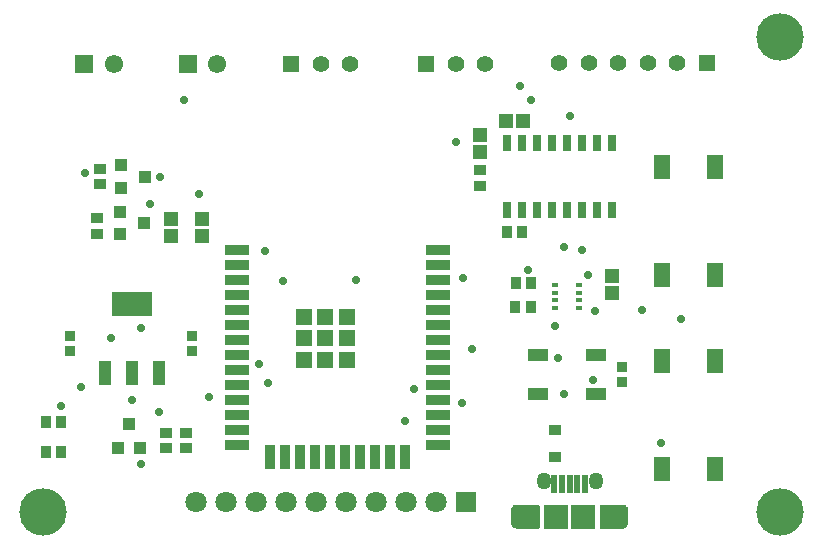
<source format=gbr>
%TF.GenerationSoftware,Altium Limited,Altium Designer,21.4.1 (30)*%
G04 Layer_Color=8388736*
%FSLAX25Y25*%
%MOIN*%
%TF.SameCoordinates,82249629-20A9-4E05-8B69-989CC10A5609*%
%TF.FilePolarity,Negative*%
%TF.FileFunction,Soldermask,Top*%
%TF.Part,Single*%
G01*
G75*
%TA.AperFunction,SMDPad,CuDef*%
%ADD10R,0.05512X0.08268*%
%TA.AperFunction,BGAPad,CuDef*%
%ADD11R,0.05236X0.05236*%
%TA.AperFunction,SMDPad,CuDef*%
%ADD12R,0.03543X0.07874*%
%ADD13R,0.07874X0.03543*%
%ADD21R,0.03197X0.03183*%
%ADD24R,0.01968X0.01378*%
%TA.AperFunction,ComponentPad*%
%ADD31R,0.05512X0.05512*%
%ADD32C,0.05512*%
%ADD33R,0.06102X0.06102*%
%ADD34C,0.06102*%
%TA.AperFunction,SMDPad,CuDef*%
%ADD45R,0.03162X0.05524*%
%ADD46R,0.03753X0.04147*%
%ADD47R,0.13398X0.08280*%
%ADD48R,0.04343X0.08280*%
%ADD49R,0.04934X0.04540*%
%TA.AperFunction,ConnectorPad*%
%ADD50R,0.07887X0.08280*%
%ADD51R,0.02375X0.06115*%
%TA.AperFunction,SMDPad,CuDef*%
%ADD52R,0.06706X0.04343*%
%ADD53R,0.04068X0.03280*%
%ADD54R,0.04147X0.03753*%
%ADD55R,0.03950X0.04343*%
%ADD56R,0.04343X0.03950*%
%ADD57R,0.04540X0.04934*%
%TA.AperFunction,ComponentPad*%
%ADD58O,0.04934X0.05721*%
%ADD59C,0.07099*%
%ADD60R,0.07099X0.07099*%
%TA.AperFunction,ViaPad*%
%ADD61C,0.02800*%
%ADD62C,0.15800*%
G36*
X173050Y10523D02*
X173102Y10513D01*
X173151Y10496D01*
X173198Y10473D01*
X173242Y10444D01*
X173282Y10409D01*
X173316Y10370D01*
X173345Y10326D01*
X173368Y10279D01*
X173385Y10230D01*
X173396Y10178D01*
X173399Y10126D01*
Y2646D01*
X173396Y2593D01*
X173385Y2542D01*
X173368Y2492D01*
X173345Y2445D01*
X173316Y2402D01*
X173282Y2362D01*
X173242Y2328D01*
X173198Y2299D01*
X173151Y2275D01*
X173102Y2258D01*
X173050Y2248D01*
X172998Y2245D01*
X165973D01*
X165920Y2248D01*
X165869Y2258D01*
X165819Y2275D01*
X165096Y2575D01*
X165096Y2575D01*
X165080Y2583D01*
X165049Y2598D01*
X165005Y2627D01*
X164966Y2662D01*
X164966Y2662D01*
X164412Y3216D01*
X164412Y3216D01*
X164393Y3237D01*
X164377Y3255D01*
X164358Y3284D01*
X164348Y3299D01*
X164336Y3322D01*
X164325Y3346D01*
X164325Y3346D01*
X164025Y4069D01*
X164008Y4119D01*
X163998Y4170D01*
X163995Y4223D01*
Y4614D01*
Y8945D01*
Y9180D01*
X163998Y9232D01*
X164008Y9284D01*
X164025Y9333D01*
X164205Y9767D01*
X164228Y9814D01*
X164258Y9858D01*
X164292Y9897D01*
X164624Y10229D01*
X164624Y10230D01*
X164664Y10264D01*
X164707Y10293D01*
X164754Y10317D01*
X164754Y10317D01*
X165188Y10496D01*
X165188Y10496D01*
X165221Y10507D01*
X165238Y10513D01*
X165289Y10523D01*
X165342Y10527D01*
X165342D01*
D01*
X172998D01*
X173050Y10523D01*
D02*
G37*
G36*
X201711D02*
X201762Y10513D01*
X201779Y10507D01*
X201812Y10496D01*
X201812Y10496D01*
X202245Y10317D01*
X202246Y10317D01*
X202293Y10293D01*
X202336Y10264D01*
X202376Y10230D01*
X202376Y10229D01*
X202708Y9897D01*
X202708Y9897D01*
X202743Y9858D01*
X202772Y9814D01*
X202795Y9767D01*
X202795Y9767D01*
X202975Y9333D01*
X202975Y9333D01*
X202986Y9300D01*
X202992Y9284D01*
X203002Y9232D01*
X203005Y9180D01*
Y9180D01*
D01*
Y8945D01*
Y4614D01*
Y4223D01*
D01*
Y4223D01*
X203002Y4170D01*
X202992Y4119D01*
X202986Y4102D01*
X202975Y4069D01*
X202975Y4069D01*
X202675Y3346D01*
X202675Y3346D01*
X202652Y3299D01*
X202623Y3255D01*
X202588Y3216D01*
X202034Y2662D01*
X202034Y2662D01*
X201995Y2627D01*
X201951Y2598D01*
X201920Y2583D01*
X201904Y2575D01*
X201904Y2575D01*
X201181Y2275D01*
X201131Y2258D01*
X201080Y2248D01*
X201027Y2245D01*
X194002D01*
X193950Y2248D01*
X193898Y2258D01*
X193849Y2275D01*
X193801Y2299D01*
X193758Y2328D01*
X193719Y2362D01*
X193684Y2402D01*
X193655Y2445D01*
X193632Y2492D01*
X193615Y2542D01*
X193605Y2593D01*
X193601Y2646D01*
Y10126D01*
X193605Y10178D01*
X193615Y10230D01*
X193632Y10279D01*
X193655Y10326D01*
X193684Y10370D01*
X193719Y10409D01*
X193758Y10444D01*
X193801Y10473D01*
X193849Y10496D01*
X193898Y10513D01*
X193950Y10523D01*
X194002Y10527D01*
X201658D01*
D01*
X201658D01*
X201711Y10523D01*
D02*
G37*
D10*
X214142Y87087D02*
D03*
Y122913D02*
D03*
X231858Y87087D02*
D03*
Y122913D02*
D03*
X214142Y22472D02*
D03*
Y58299D02*
D03*
X231858Y22472D02*
D03*
Y58299D02*
D03*
D11*
X109252Y58748D02*
D03*
X102028D02*
D03*
X94803D02*
D03*
X109252Y65972D02*
D03*
X102028D02*
D03*
X94803D02*
D03*
X109252Y73197D02*
D03*
X102028D02*
D03*
X94803D02*
D03*
D12*
X128465Y26563D02*
D03*
X123465D02*
D03*
X118465D02*
D03*
X113465D02*
D03*
X108465D02*
D03*
X103465D02*
D03*
X98465D02*
D03*
X93465D02*
D03*
X88465D02*
D03*
X83465D02*
D03*
D13*
X139429Y95500D02*
D03*
Y90500D02*
D03*
Y85500D02*
D03*
Y80500D02*
D03*
Y75500D02*
D03*
Y70500D02*
D03*
Y65500D02*
D03*
Y60500D02*
D03*
Y55500D02*
D03*
Y50500D02*
D03*
Y45500D02*
D03*
Y40500D02*
D03*
Y35500D02*
D03*
Y30500D02*
D03*
X72500D02*
D03*
Y35500D02*
D03*
Y40500D02*
D03*
Y45500D02*
D03*
Y50500D02*
D03*
Y55500D02*
D03*
Y60500D02*
D03*
Y65500D02*
D03*
Y70500D02*
D03*
Y75500D02*
D03*
Y80500D02*
D03*
Y85500D02*
D03*
Y90500D02*
D03*
Y95500D02*
D03*
D21*
X201000Y51516D02*
D03*
Y56255D02*
D03*
X57500Y66625D02*
D03*
Y61886D02*
D03*
X17000Y66625D02*
D03*
Y61886D02*
D03*
D24*
X178465Y78606D02*
D03*
Y76047D02*
D03*
X186535D02*
D03*
Y78606D02*
D03*
Y81165D02*
D03*
Y83724D02*
D03*
X178465D02*
D03*
Y81165D02*
D03*
D31*
X135657Y157453D02*
D03*
X229106Y157717D02*
D03*
X90657Y157453D02*
D03*
D32*
X145500D02*
D03*
X155343D02*
D03*
X219264Y157717D02*
D03*
X209421D02*
D03*
X199579D02*
D03*
X189736D02*
D03*
X179894D02*
D03*
X110343Y157453D02*
D03*
X100500D02*
D03*
D33*
X56079D02*
D03*
X21657Y157386D02*
D03*
D34*
X65921Y157453D02*
D03*
X31500Y157386D02*
D03*
D45*
X162500Y130909D02*
D03*
X167500D02*
D03*
X172500D02*
D03*
X177500D02*
D03*
X182500D02*
D03*
X187500D02*
D03*
X192500D02*
D03*
X197500D02*
D03*
Y108862D02*
D03*
X192500D02*
D03*
X187500D02*
D03*
X182500D02*
D03*
X177500D02*
D03*
X172500D02*
D03*
X167500D02*
D03*
X162500D02*
D03*
D46*
X14059Y38000D02*
D03*
X8941D02*
D03*
Y28000D02*
D03*
X14059D02*
D03*
X170500Y76386D02*
D03*
X165382D02*
D03*
X165441Y84386D02*
D03*
X170559D02*
D03*
X167559Y101386D02*
D03*
X162441D02*
D03*
D47*
X37500Y77500D02*
D03*
D48*
X46555Y54272D02*
D03*
X37500D02*
D03*
X28445D02*
D03*
D49*
X153500Y128146D02*
D03*
Y133854D02*
D03*
X197500Y86740D02*
D03*
Y81031D02*
D03*
X61000Y100031D02*
D03*
Y105740D02*
D03*
X50500Y100031D02*
D03*
Y105740D02*
D03*
D50*
X188028Y6386D02*
D03*
X178972D02*
D03*
D51*
X178382Y17429D02*
D03*
X188618D02*
D03*
X180941D02*
D03*
X183500D02*
D03*
X186059D02*
D03*
D52*
X172854Y47390D02*
D03*
Y60382D02*
D03*
X192146D02*
D03*
Y47390D02*
D03*
D53*
X178500Y26496D02*
D03*
Y35276D02*
D03*
D54*
X49000Y29327D02*
D03*
Y34445D02*
D03*
X55500D02*
D03*
Y29327D02*
D03*
X26000Y100827D02*
D03*
Y105945D02*
D03*
X153500Y116827D02*
D03*
Y121945D02*
D03*
X27000Y122445D02*
D03*
Y117327D02*
D03*
D55*
X32760Y29449D02*
D03*
X40240D02*
D03*
X36500Y37323D02*
D03*
D56*
X33563Y108126D02*
D03*
Y100646D02*
D03*
X41437Y104386D02*
D03*
X34063Y123626D02*
D03*
Y116146D02*
D03*
X41937Y119886D02*
D03*
D57*
X167854Y138386D02*
D03*
X162146D02*
D03*
D58*
X192260Y18413D02*
D03*
X174740D02*
D03*
D59*
X79000Y11386D02*
D03*
X89000D02*
D03*
X109000D02*
D03*
X129000D02*
D03*
X139000D02*
D03*
X119000D02*
D03*
X99000D02*
D03*
X69000D02*
D03*
X59000D02*
D03*
D60*
X149000D02*
D03*
D61*
X37500Y45500D02*
D03*
X60000Y114000D02*
D03*
X82000Y95000D02*
D03*
X169691Y88694D02*
D03*
X191114Y52000D02*
D03*
X46555Y41441D02*
D03*
X63308Y46500D02*
D03*
X43572Y110657D02*
D03*
X46941Y119694D02*
D03*
X21827Y121000D02*
D03*
X151000Y62500D02*
D03*
X179500Y59500D02*
D03*
X178500Y70000D02*
D03*
X189500Y87000D02*
D03*
X192000Y75000D02*
D03*
X167000Y150000D02*
D03*
X145500Y131500D02*
D03*
X14000Y43500D02*
D03*
X30500Y66000D02*
D03*
X40500Y69500D02*
D03*
Y24000D02*
D03*
X181500Y96500D02*
D03*
X220700Y72286D02*
D03*
X207600Y75386D02*
D03*
X187500Y95486D02*
D03*
X183500Y139986D02*
D03*
X88000Y85000D02*
D03*
X214000Y31000D02*
D03*
X128500Y38516D02*
D03*
X112200Y85386D02*
D03*
X147500Y44386D02*
D03*
X170500Y145286D02*
D03*
X54800D02*
D03*
X82800Y51213D02*
D03*
X147827Y86213D02*
D03*
X181500Y47386D02*
D03*
X131651Y49181D02*
D03*
X20500Y49586D02*
D03*
X80000Y57286D02*
D03*
D62*
X8000Y8000D02*
D03*
X253500D02*
D03*
Y166500D02*
D03*
%TF.MD5,ba298218f8c99cf7b5b87a4823836c31*%
M02*

</source>
